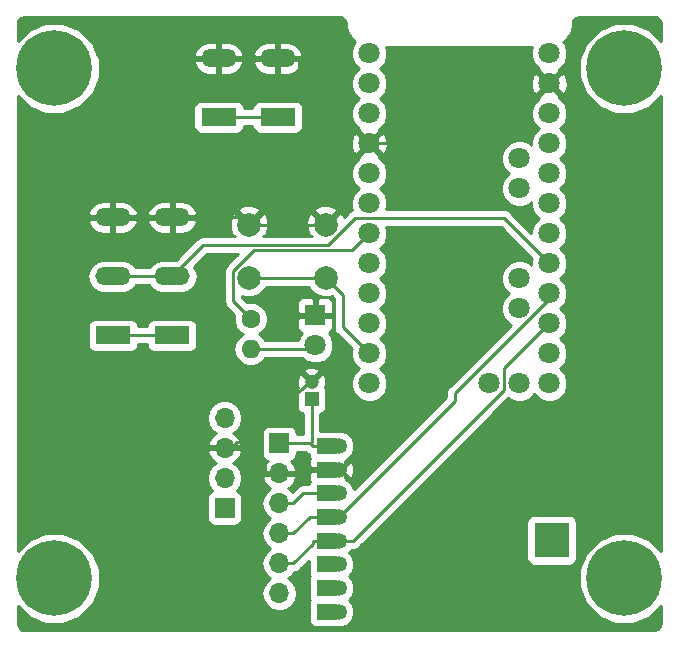
<source format=gbr>
G04 #@! TF.GenerationSoftware,KiCad,Pcbnew,(5.0.2)-1*
G04 #@! TF.CreationDate,2020-02-25T13:04:58+01:00*
G04 #@! TF.ProjectId,HB-UNI-Sen-Lev-Vo,48422d55-4e49-42d5-9365-6e2d4c65762d,V1.0.3*
G04 #@! TF.SameCoordinates,Original*
G04 #@! TF.FileFunction,Copper,L1,Top*
G04 #@! TF.FilePolarity,Positive*
%FSLAX46Y46*%
G04 Gerber Fmt 4.6, Leading zero omitted, Abs format (unit mm)*
G04 Created by KiCad (PCBNEW (5.0.2)-1) date 25.02.2020 13:04:58*
%MOMM*%
%LPD*%
G01*
G04 APERTURE LIST*
G04 #@! TA.AperFunction,ComponentPad*
%ADD10R,1.200000X1.200000*%
G04 #@! TD*
G04 #@! TA.AperFunction,ComponentPad*
%ADD11C,1.200000*%
G04 #@! TD*
G04 #@! TA.AperFunction,ComponentPad*
%ADD12R,1.800000X1.800000*%
G04 #@! TD*
G04 #@! TA.AperFunction,ComponentPad*
%ADD13C,1.800000*%
G04 #@! TD*
G04 #@! TA.AperFunction,ComponentPad*
%ADD14R,1.700000X1.700000*%
G04 #@! TD*
G04 #@! TA.AperFunction,ComponentPad*
%ADD15O,1.700000X1.700000*%
G04 #@! TD*
G04 #@! TA.AperFunction,ComponentPad*
%ADD16C,1.600000*%
G04 #@! TD*
G04 #@! TA.AperFunction,ComponentPad*
%ADD17O,1.600000X1.600000*%
G04 #@! TD*
G04 #@! TA.AperFunction,ComponentPad*
%ADD18C,2.000000*%
G04 #@! TD*
G04 #@! TA.AperFunction,ComponentPad*
%ADD19C,1.350000*%
G04 #@! TD*
G04 #@! TA.AperFunction,ConnectorPad*
%ADD20R,1.800000X1.350000*%
G04 #@! TD*
G04 #@! TA.AperFunction,ComponentPad*
%ADD21C,0.800000*%
G04 #@! TD*
G04 #@! TA.AperFunction,ComponentPad*
%ADD22C,6.400000*%
G04 #@! TD*
G04 #@! TA.AperFunction,ComponentPad*
%ADD23R,3.000000X3.000000*%
G04 #@! TD*
G04 #@! TA.AperFunction,ComponentPad*
%ADD24R,3.000000X1.500000*%
G04 #@! TD*
G04 #@! TA.AperFunction,ComponentPad*
%ADD25O,3.000000X1.500000*%
G04 #@! TD*
G04 #@! TA.AperFunction,Conductor*
%ADD26C,0.250000*%
G04 #@! TD*
G04 #@! TA.AperFunction,Conductor*
%ADD27C,0.254000*%
G04 #@! TD*
G04 APERTURE END LIST*
D10*
G04 #@! TO.P,C1,1*
G04 #@! TO.N,+3V3*
X150050000Y-83883500D03*
D11*
G04 #@! TO.P,C1,2*
G04 #@! TO.N,GND*
X150050000Y-82383500D03*
G04 #@! TD*
D12*
G04 #@! TO.P,D1,1*
G04 #@! TO.N,GND*
X150368000Y-76771500D03*
D13*
G04 #@! TO.P,D1,2*
G04 #@! TO.N,Net-(D1-Pad2)*
X150368000Y-79311500D03*
G04 #@! TD*
D14*
G04 #@! TO.P,J8,1*
G04 #@! TO.N,+3V3*
X147320000Y-87630000D03*
D15*
G04 #@! TO.P,J8,2*
G04 #@! TO.N,GND*
X147320000Y-90170000D03*
G04 #@! TO.P,J8,3*
G04 #@! TO.N,/MOSI*
X147320000Y-92710000D03*
G04 #@! TO.P,J8,4*
G04 #@! TO.N,/SCK*
X147320000Y-95250000D03*
G04 #@! TO.P,J8,5*
G04 #@! TO.N,/MISO*
X147320000Y-97790000D03*
G04 #@! TO.P,J8,6*
G04 #@! TO.N,/RSET*
X147320000Y-100330000D03*
G04 #@! TD*
D16*
G04 #@! TO.P,R1,1*
G04 #@! TO.N,Net-(R1-Pad1)*
X144907000Y-77089000D03*
D17*
G04 #@! TO.P,R1,2*
G04 #@! TO.N,Net-(D1-Pad2)*
X144907000Y-79629000D03*
G04 #@! TD*
D18*
G04 #@! TO.P,SW1,2*
G04 #@! TO.N,GND*
X151257000Y-69096500D03*
G04 #@! TO.P,SW1,1*
G04 #@! TO.N,Net-(SW1-Pad1)*
X151257000Y-73596500D03*
G04 #@! TO.P,SW1,2*
G04 #@! TO.N,GND*
X144757000Y-69096500D03*
G04 #@! TO.P,SW1,1*
G04 #@! TO.N,Net-(SW1-Pad1)*
X144757000Y-73596500D03*
G04 #@! TD*
D13*
G04 #@! TO.P,U1,28*
G04 #@! TO.N,Net-(U1-Pad28)*
X167640000Y-73660000D03*
G04 #@! TO.P,U1,27*
G04 #@! TO.N,Net-(U1-Pad27)*
X167640000Y-76200000D03*
X165100000Y-82550000D03*
G04 #@! TO.P,U1,28*
G04 #@! TO.N,Net-(U1-Pad28)*
X167640000Y-82550000D03*
G04 #@! TO.P,U1,1*
G04 #@! TO.N,/SS*
X170180000Y-82550000D03*
G04 #@! TO.P,U1,2*
G04 #@! TO.N,/MOSI*
X170180000Y-80010000D03*
G04 #@! TO.P,U1,3*
G04 #@! TO.N,/MISO*
X170180000Y-77470000D03*
G04 #@! TO.P,U1,4*
G04 #@! TO.N,/SCK*
X170180000Y-74930000D03*
G04 #@! TO.P,U1,5*
G04 #@! TO.N,/A0*
X170180000Y-72390000D03*
G04 #@! TO.P,U1,6*
G04 #@! TO.N,Net-(U1-Pad6)*
X170180000Y-69850000D03*
G04 #@! TO.P,U1,7*
G04 #@! TO.N,Net-(U1-Pad7)*
X170180000Y-67310000D03*
G04 #@! TO.P,U1,8*
G04 #@! TO.N,Net-(U1-Pad8)*
X170180000Y-64770000D03*
G04 #@! TO.P,U1,9*
G04 #@! TO.N,+3V3*
X170180000Y-62230000D03*
G04 #@! TO.P,U1,10*
G04 #@! TO.N,/RSET*
X170180000Y-59690000D03*
G04 #@! TO.P,U1,11*
G04 #@! TO.N,GND*
X170180000Y-57150000D03*
G04 #@! TO.P,U1,12*
G04 #@! TO.N,+5V*
X170180000Y-54610000D03*
G04 #@! TO.P,U1,13*
G04 #@! TO.N,N/C*
X154940000Y-54610000D03*
G04 #@! TO.P,U1,14*
X154940000Y-57150000D03*
G04 #@! TO.P,U1,15*
X154940000Y-59690000D03*
G04 #@! TO.P,U1,16*
G04 #@! TO.N,GND*
X154940000Y-62230000D03*
G04 #@! TO.P,U1,17*
G04 #@! TO.N,/D2*
X154940000Y-64770000D03*
G04 #@! TO.P,U1,18*
G04 #@! TO.N,Net-(U1-Pad18)*
X154940000Y-67310000D03*
G04 #@! TO.P,U1,19*
G04 #@! TO.N,Net-(R1-Pad1)*
X154940000Y-69850000D03*
G04 #@! TO.P,U1,20*
G04 #@! TO.N,Net-(U1-Pad20)*
X154940000Y-72390000D03*
G04 #@! TO.P,U1,21*
G04 #@! TO.N,Net-(U1-Pad21)*
X154940000Y-74930000D03*
G04 #@! TO.P,U1,22*
G04 #@! TO.N,Net-(U1-Pad22)*
X154940000Y-77470000D03*
G04 #@! TO.P,U1,23*
G04 #@! TO.N,Net-(SW1-Pad1)*
X154940000Y-80010000D03*
G04 #@! TO.P,U1,24*
G04 #@! TO.N,Net-(U1-Pad24)*
X154940000Y-82550000D03*
G04 #@! TO.P,U1,25*
G04 #@! TO.N,Net-(U1-Pad25)*
X167640000Y-66040000D03*
G04 #@! TO.P,U1,26*
G04 #@! TO.N,Net-(U1-Pad26)*
X167640000Y-63500000D03*
G04 #@! TD*
D19*
G04 #@! TO.P,U2,8*
G04 #@! TO.N,/SS*
X152360000Y-101860000D03*
D20*
X151360000Y-101860000D03*
D19*
G04 #@! TO.P,U2,1*
G04 #@! TO.N,+3V3*
X152360000Y-87860000D03*
G04 #@! TO.P,U2,2*
G04 #@! TO.N,GND*
X152360000Y-89860000D03*
G04 #@! TO.P,U2,3*
G04 #@! TO.N,/MOSI*
X152360000Y-91860000D03*
G04 #@! TO.P,U2,4*
G04 #@! TO.N,/SCK*
X152360000Y-93860000D03*
G04 #@! TO.P,U2,5*
G04 #@! TO.N,/MISO*
X152360000Y-95860000D03*
G04 #@! TO.P,U2,6*
G04 #@! TO.N,Net-(U2-Pad6)*
X152360000Y-97860000D03*
G04 #@! TO.P,U2,7*
G04 #@! TO.N,/D2*
X152360000Y-99860000D03*
D20*
G04 #@! TO.P,U2,1*
G04 #@! TO.N,+3V3*
X151360000Y-87860000D03*
G04 #@! TO.P,U2,2*
G04 #@! TO.N,GND*
X151360000Y-89860000D03*
G04 #@! TO.P,U2,3*
G04 #@! TO.N,/MOSI*
X151360000Y-91860000D03*
G04 #@! TO.P,U2,4*
G04 #@! TO.N,/SCK*
X151360000Y-93860000D03*
G04 #@! TO.P,U2,5*
G04 #@! TO.N,/MISO*
X151360000Y-95860000D03*
G04 #@! TO.P,U2,6*
G04 #@! TO.N,Net-(U2-Pad6)*
X151360000Y-97860000D03*
G04 #@! TO.P,U2,7*
G04 #@! TO.N,/D2*
X151360000Y-99860000D03*
G04 #@! TD*
D21*
G04 #@! TO.P,REF02,1*
G04 #@! TO.N,N/C*
X178227056Y-54182944D03*
X176530000Y-53480000D03*
X174832944Y-54182944D03*
X174130000Y-55880000D03*
X174832944Y-57577056D03*
X176530000Y-58280000D03*
X178227056Y-57577056D03*
X178930000Y-55880000D03*
D22*
X176530000Y-55880000D03*
G04 #@! TD*
D21*
G04 #@! TO.P,REF01,1*
G04 #@! TO.N,N/C*
X129967056Y-54182944D03*
X128270000Y-53480000D03*
X126572944Y-54182944D03*
X125870000Y-55880000D03*
X126572944Y-57577056D03*
X128270000Y-58280000D03*
X129967056Y-57577056D03*
X130670000Y-55880000D03*
D22*
X128270000Y-55880000D03*
G04 #@! TD*
D21*
G04 #@! TO.P,REF03,1*
G04 #@! TO.N,N/C*
X129967056Y-97362944D03*
X128270000Y-96660000D03*
X126572944Y-97362944D03*
X125870000Y-99060000D03*
X126572944Y-100757056D03*
X128270000Y-101460000D03*
X129967056Y-100757056D03*
X130670000Y-99060000D03*
D22*
X128270000Y-99060000D03*
G04 #@! TD*
D21*
G04 #@! TO.P,REF04,1*
G04 #@! TO.N,N/C*
X178227056Y-97362944D03*
X176530000Y-96660000D03*
X174832944Y-97362944D03*
X174130000Y-99060000D03*
X174832944Y-100757056D03*
X176530000Y-101460000D03*
X178227056Y-100757056D03*
X178930000Y-99060000D03*
D22*
X176530000Y-99060000D03*
G04 #@! TD*
D23*
G04 #@! TO.P,Antenne,1*
G04 #@! TO.N,N/C*
X170383000Y-95821500D03*
G04 #@! TD*
D14*
G04 #@! TO.P,J2,1*
G04 #@! TO.N,Net-(J2-Pad1)*
X142684000Y-93091000D03*
D15*
G04 #@! TO.P,J2,2*
G04 #@! TO.N,+12V*
X142684000Y-90551000D03*
G04 #@! TO.P,J2,3*
G04 #@! TO.N,GND*
X142684000Y-88011000D03*
G04 #@! TO.P,J2,4*
G04 #@! TO.N,+5V*
X142684000Y-85471000D03*
G04 #@! TD*
D24*
G04 #@! TO.P,J1,1*
G04 #@! TO.N,+12V*
X147193000Y-60007500D03*
X142193000Y-60007500D03*
D25*
G04 #@! TO.P,J1,2*
G04 #@! TO.N,GND*
X147193000Y-55007500D03*
X142193000Y-55007500D03*
G04 #@! TD*
D24*
G04 #@! TO.P,J6,1*
G04 #@! TO.N,+12V*
X138240000Y-78486000D03*
X133240000Y-78486000D03*
D25*
G04 #@! TO.P,J6,2*
G04 #@! TO.N,/A0*
X138240000Y-73486000D03*
X133240000Y-73486000D03*
G04 #@! TO.P,J6,3*
G04 #@! TO.N,GND*
X138240000Y-68486000D03*
X133240000Y-68486000D03*
G04 #@! TD*
D26*
G04 #@! TO.N,+3V3*
X149904700Y-87630000D02*
X147320000Y-87630000D01*
X150134700Y-87860000D02*
X149904700Y-87630000D01*
X149904700Y-87630000D02*
X150050000Y-87484700D01*
X150050000Y-87484700D02*
X150050000Y-83883500D01*
X151360000Y-87860000D02*
X150134700Y-87860000D01*
X151360000Y-87860000D02*
X152360000Y-87860000D01*
G04 #@! TO.N,GND*
X138240000Y-68486000D02*
X144146500Y-68486000D01*
X144146500Y-68486000D02*
X144757000Y-69096500D01*
X133240000Y-68486000D02*
X138240000Y-68486000D01*
X147320000Y-90170000D02*
X146144700Y-90170000D01*
X144683900Y-87533800D02*
X146144700Y-88994700D01*
X146144700Y-88994700D02*
X146144700Y-90170000D01*
X143271700Y-88011000D02*
X143748900Y-87533800D01*
X143748900Y-87533800D02*
X144683800Y-87533800D01*
X144683800Y-87533800D02*
X144683900Y-87533800D01*
X150050000Y-82383500D02*
X149834200Y-82383500D01*
X149834200Y-82383500D02*
X144683900Y-87533800D01*
X142193000Y-55007500D02*
X147193000Y-55007500D01*
X147193000Y-55007500D02*
X149018300Y-55007500D01*
X154940000Y-62230000D02*
X149018300Y-56308300D01*
X149018300Y-56308300D02*
X149018300Y-55007500D01*
X170180000Y-57150000D02*
X165100000Y-62230000D01*
X165100000Y-62230000D02*
X154940000Y-62230000D01*
X151360000Y-89860000D02*
X150134700Y-89860000D01*
X147320000Y-90170000D02*
X149824700Y-90170000D01*
X149824700Y-90170000D02*
X150134700Y-89860000D01*
X142684000Y-88011000D02*
X143271700Y-88011000D01*
X151257000Y-69096500D02*
X144757000Y-69096500D01*
X152360000Y-89860000D02*
X151360000Y-89860000D01*
G04 #@! TO.N,Net-(D1-Pad2)*
X144907000Y-79629000D02*
X150050500Y-79629000D01*
X150050500Y-79629000D02*
X150368000Y-79311500D01*
G04 #@! TO.N,/A0*
X138240000Y-73486000D02*
X140892600Y-70833400D01*
X140892600Y-70833400D02*
X151439800Y-70833400D01*
X151439800Y-70833400D02*
X153693200Y-68580000D01*
X153693200Y-68580000D02*
X166370000Y-68580000D01*
X166370000Y-68580000D02*
X170180000Y-72390000D01*
X133240000Y-73486000D02*
X138240000Y-73486000D01*
G04 #@! TO.N,/MOSI*
X147320000Y-92710000D02*
X148495300Y-92710000D01*
X151360000Y-91860000D02*
X149345300Y-91860000D01*
X149345300Y-91860000D02*
X148495300Y-92710000D01*
X152360000Y-91860000D02*
X151360000Y-91860000D01*
G04 #@! TO.N,/SCK*
X170180000Y-74930000D02*
X170180000Y-75392900D01*
X170180000Y-75392900D02*
X162227800Y-83345100D01*
X162227800Y-83345100D02*
X162227800Y-83992200D01*
X162227800Y-83992200D02*
X152360000Y-93860000D01*
X147320000Y-95250000D02*
X148495300Y-95250000D01*
X151360000Y-93860000D02*
X149885300Y-93860000D01*
X149885300Y-93860000D02*
X148495300Y-95250000D01*
X152360000Y-93860000D02*
X151360000Y-93860000D01*
G04 #@! TO.N,/MISO*
X170180000Y-77470000D02*
X166370000Y-81280000D01*
X166370000Y-81280000D02*
X166370000Y-83071300D01*
X166370000Y-83071300D02*
X153581300Y-95860000D01*
X153581300Y-95860000D02*
X152360000Y-95860000D01*
X151360000Y-95860000D02*
X150134700Y-95860000D01*
X147320000Y-97790000D02*
X148495300Y-97790000D01*
X150134700Y-95860000D02*
X150134700Y-96150600D01*
X150134700Y-96150600D02*
X148495300Y-97790000D01*
X152360000Y-95860000D02*
X151360000Y-95860000D01*
G04 #@! TO.N,Net-(R1-Pad1)*
X154940000Y-69850000D02*
X153506200Y-71283800D01*
X153506200Y-71283800D02*
X145167900Y-71283800D01*
X145167900Y-71283800D02*
X143417100Y-73034600D01*
X143417100Y-73034600D02*
X143417100Y-75599100D01*
X143417100Y-75599100D02*
X144907000Y-77089000D01*
G04 #@! TO.N,Net-(SW1-Pad1)*
X144757000Y-73596500D02*
X151257000Y-73596500D01*
X154940000Y-80010000D02*
X152707400Y-77777400D01*
X152707400Y-77777400D02*
X152707400Y-75046900D01*
X152707400Y-75046900D02*
X151257000Y-73596500D01*
G04 #@! TO.N,/SS*
X151360000Y-101860000D02*
X152360000Y-101860000D01*
G04 #@! TO.N,/D2*
X151360000Y-99860000D02*
X152360000Y-99860000D01*
G04 #@! TO.N,Net-(U2-Pad6)*
X151360000Y-97860000D02*
X152360000Y-97860000D01*
G04 #@! TO.N,+12V*
X142193000Y-60007500D02*
X147193000Y-60007500D01*
X133240000Y-78486000D02*
X138240000Y-78486000D01*
G04 #@! TD*
D27*
G04 #@! TO.N,GND*
G36*
X152587787Y-51554065D02*
X152752920Y-51649405D01*
X152875488Y-51795477D01*
X152951555Y-52004465D01*
X152962702Y-52131880D01*
X152981996Y-52352413D01*
X153006003Y-52442010D01*
X153022112Y-52533368D01*
X153172965Y-52947830D01*
X153172966Y-52947835D01*
X153296257Y-53161380D01*
X153579769Y-53499256D01*
X153742978Y-53636205D01*
X153638690Y-53740493D01*
X153405000Y-54304670D01*
X153405000Y-54915330D01*
X153638690Y-55479507D01*
X154039183Y-55880000D01*
X153638690Y-56280493D01*
X153405000Y-56844670D01*
X153405000Y-57455330D01*
X153638690Y-58019507D01*
X154039183Y-58420000D01*
X153638690Y-58820493D01*
X153405000Y-59384670D01*
X153405000Y-59995330D01*
X153638690Y-60559507D01*
X154070493Y-60991310D01*
X154090115Y-60999438D01*
X154039446Y-61149841D01*
X154940000Y-62050395D01*
X155840554Y-61149841D01*
X155789885Y-60999438D01*
X155809507Y-60991310D01*
X156241310Y-60559507D01*
X156475000Y-59995330D01*
X156475000Y-59384670D01*
X156241310Y-58820493D01*
X155840817Y-58420000D01*
X156241310Y-58019507D01*
X156475000Y-57455330D01*
X156475000Y-56909336D01*
X168633542Y-56909336D01*
X168659161Y-57519460D01*
X168843357Y-57964148D01*
X169099841Y-58050554D01*
X170000395Y-57150000D01*
X170359605Y-57150000D01*
X171260159Y-58050554D01*
X171516643Y-57964148D01*
X171726458Y-57390664D01*
X171700839Y-56780540D01*
X171516643Y-56335852D01*
X171260159Y-56249446D01*
X170359605Y-57150000D01*
X170000395Y-57150000D01*
X169099841Y-56249446D01*
X168843357Y-56335852D01*
X168633542Y-56909336D01*
X156475000Y-56909336D01*
X156475000Y-56844670D01*
X156241310Y-56280493D01*
X155840817Y-55880000D01*
X156241310Y-55479507D01*
X156475000Y-54915330D01*
X156475000Y-54304670D01*
X156369512Y-54050000D01*
X168750488Y-54050000D01*
X168645000Y-54304670D01*
X168645000Y-54915330D01*
X168878690Y-55479507D01*
X169310493Y-55911310D01*
X169330115Y-55919438D01*
X169279446Y-56069841D01*
X170180000Y-56970395D01*
X171080554Y-56069841D01*
X171029885Y-55919438D01*
X171049507Y-55911310D01*
X171481310Y-55479507D01*
X171715000Y-54915330D01*
X171715000Y-54304670D01*
X171481310Y-53740493D01*
X171370983Y-53630166D01*
X171609256Y-53430231D01*
X171767754Y-53241340D01*
X171767755Y-53241338D01*
X171988287Y-52859368D01*
X171988288Y-52859366D01*
X171988289Y-52859365D01*
X172072624Y-52627656D01*
X172149214Y-52193289D01*
X172204065Y-51882213D01*
X172299405Y-51717080D01*
X172445477Y-51594512D01*
X172654465Y-51518445D01*
X172750996Y-51510000D01*
X179007881Y-51510000D01*
X179257787Y-51554065D01*
X179422920Y-51649405D01*
X179545488Y-51795477D01*
X179621555Y-52004465D01*
X179630001Y-52101007D01*
X179630001Y-53556492D01*
X178702353Y-52628844D01*
X177292829Y-52045000D01*
X175767171Y-52045000D01*
X174357647Y-52628844D01*
X173278844Y-53707647D01*
X172695000Y-55117171D01*
X172695000Y-56642829D01*
X173278844Y-58052353D01*
X174357647Y-59131156D01*
X175767171Y-59715000D01*
X177292829Y-59715000D01*
X178702353Y-59131156D01*
X179630001Y-58203508D01*
X179630000Y-96736491D01*
X178702353Y-95808844D01*
X177292829Y-95225000D01*
X175767171Y-95225000D01*
X174357647Y-95808844D01*
X173278844Y-96887647D01*
X172695000Y-98297171D01*
X172695000Y-99822829D01*
X173278844Y-101232353D01*
X174357647Y-102311156D01*
X175767171Y-102895000D01*
X177292829Y-102895000D01*
X178702353Y-102311156D01*
X179630000Y-101383509D01*
X179630000Y-102807881D01*
X179585935Y-103057787D01*
X179490596Y-103222919D01*
X179344524Y-103345488D01*
X179135532Y-103421555D01*
X179039004Y-103430000D01*
X125792119Y-103430000D01*
X125542213Y-103385935D01*
X125377081Y-103290596D01*
X125254512Y-103144524D01*
X125178445Y-102935532D01*
X125170000Y-102839004D01*
X125170000Y-101383509D01*
X126097647Y-102311156D01*
X127507171Y-102895000D01*
X129032829Y-102895000D01*
X130442353Y-102311156D01*
X131521156Y-101232353D01*
X132105000Y-99822829D01*
X132105000Y-98297171D01*
X131521156Y-96887647D01*
X130442353Y-95808844D01*
X129032829Y-95225000D01*
X127507171Y-95225000D01*
X126097647Y-95808844D01*
X125170000Y-96736491D01*
X125170000Y-90551000D01*
X141169908Y-90551000D01*
X141285161Y-91130418D01*
X141613375Y-91621625D01*
X141631619Y-91633816D01*
X141586235Y-91642843D01*
X141376191Y-91783191D01*
X141235843Y-91993235D01*
X141186560Y-92241000D01*
X141186560Y-93941000D01*
X141235843Y-94188765D01*
X141376191Y-94398809D01*
X141586235Y-94539157D01*
X141834000Y-94588440D01*
X143534000Y-94588440D01*
X143781765Y-94539157D01*
X143991809Y-94398809D01*
X144132157Y-94188765D01*
X144181440Y-93941000D01*
X144181440Y-92241000D01*
X144132157Y-91993235D01*
X143991809Y-91783191D01*
X143781765Y-91642843D01*
X143736381Y-91633816D01*
X143754625Y-91621625D01*
X144082839Y-91130418D01*
X144198092Y-90551000D01*
X144082839Y-89971582D01*
X143754625Y-89480375D01*
X143435522Y-89267157D01*
X143565358Y-89206183D01*
X143955645Y-88777924D01*
X144125476Y-88367890D01*
X144004155Y-88138000D01*
X142811000Y-88138000D01*
X142811000Y-88158000D01*
X142557000Y-88158000D01*
X142557000Y-88138000D01*
X141363845Y-88138000D01*
X141242524Y-88367890D01*
X141412355Y-88777924D01*
X141802642Y-89206183D01*
X141932478Y-89267157D01*
X141613375Y-89480375D01*
X141285161Y-89971582D01*
X141169908Y-90551000D01*
X125170000Y-90551000D01*
X125170000Y-85471000D01*
X141169908Y-85471000D01*
X141285161Y-86050418D01*
X141613375Y-86541625D01*
X141932478Y-86754843D01*
X141802642Y-86815817D01*
X141412355Y-87244076D01*
X141242524Y-87654110D01*
X141363845Y-87884000D01*
X142557000Y-87884000D01*
X142557000Y-87864000D01*
X142811000Y-87864000D01*
X142811000Y-87884000D01*
X144004155Y-87884000D01*
X144125476Y-87654110D01*
X143955645Y-87244076D01*
X143565358Y-86815817D01*
X143435522Y-86754843D01*
X143754625Y-86541625D01*
X144082839Y-86050418D01*
X144198092Y-85471000D01*
X144082839Y-84891582D01*
X143754625Y-84400375D01*
X143263418Y-84072161D01*
X142830256Y-83986000D01*
X142537744Y-83986000D01*
X142104582Y-84072161D01*
X141613375Y-84400375D01*
X141285161Y-84891582D01*
X141169908Y-85471000D01*
X125170000Y-85471000D01*
X125170000Y-81520765D01*
X149366870Y-81520765D01*
X150050000Y-82203895D01*
X150733130Y-81520765D01*
X150683617Y-81295336D01*
X150218964Y-81135693D01*
X149728587Y-81166018D01*
X149416383Y-81295336D01*
X149366870Y-81520765D01*
X125170000Y-81520765D01*
X125170000Y-77736000D01*
X131092560Y-77736000D01*
X131092560Y-79236000D01*
X131141843Y-79483765D01*
X131282191Y-79693809D01*
X131492235Y-79834157D01*
X131740000Y-79883440D01*
X134740000Y-79883440D01*
X134987765Y-79834157D01*
X135197809Y-79693809D01*
X135338157Y-79483765D01*
X135385451Y-79246000D01*
X136094549Y-79246000D01*
X136141843Y-79483765D01*
X136282191Y-79693809D01*
X136492235Y-79834157D01*
X136740000Y-79883440D01*
X139740000Y-79883440D01*
X139987765Y-79834157D01*
X140197809Y-79693809D01*
X140338157Y-79483765D01*
X140387440Y-79236000D01*
X140387440Y-77736000D01*
X140338157Y-77488235D01*
X140197809Y-77278191D01*
X139987765Y-77137843D01*
X139740000Y-77088560D01*
X136740000Y-77088560D01*
X136492235Y-77137843D01*
X136282191Y-77278191D01*
X136141843Y-77488235D01*
X136094549Y-77726000D01*
X135385451Y-77726000D01*
X135338157Y-77488235D01*
X135197809Y-77278191D01*
X134987765Y-77137843D01*
X134740000Y-77088560D01*
X131740000Y-77088560D01*
X131492235Y-77137843D01*
X131282191Y-77278191D01*
X131141843Y-77488235D01*
X131092560Y-77736000D01*
X125170000Y-77736000D01*
X125170000Y-73486000D01*
X131077867Y-73486000D01*
X131185359Y-74026400D01*
X131491471Y-74484529D01*
X131949600Y-74790641D01*
X132353593Y-74871000D01*
X134126407Y-74871000D01*
X134530400Y-74790641D01*
X134988529Y-74484529D01*
X135147909Y-74246000D01*
X136332091Y-74246000D01*
X136491471Y-74484529D01*
X136949600Y-74790641D01*
X137353593Y-74871000D01*
X139126407Y-74871000D01*
X139530400Y-74790641D01*
X139988529Y-74484529D01*
X140294641Y-74026400D01*
X140402133Y-73486000D01*
X140294641Y-72945600D01*
X140118626Y-72682175D01*
X141207402Y-71593400D01*
X143783498Y-71593400D01*
X142932630Y-72444269D01*
X142869171Y-72486671D01*
X142701196Y-72738064D01*
X142657100Y-72959749D01*
X142657100Y-72959753D01*
X142642212Y-73034600D01*
X142657100Y-73109447D01*
X142657101Y-75524248D01*
X142642212Y-75599100D01*
X142701197Y-75895637D01*
X142727499Y-75935000D01*
X142869172Y-76147029D01*
X142932628Y-76189429D01*
X143493897Y-76750698D01*
X143472000Y-76803561D01*
X143472000Y-77374439D01*
X143690466Y-77901862D01*
X144094138Y-78305534D01*
X144224168Y-78359394D01*
X143872423Y-78594423D01*
X143555260Y-79069091D01*
X143443887Y-79629000D01*
X143555260Y-80188909D01*
X143872423Y-80663577D01*
X144347091Y-80980740D01*
X144765667Y-81064000D01*
X145048333Y-81064000D01*
X145466909Y-80980740D01*
X145941577Y-80663577D01*
X146125043Y-80389000D01*
X149274683Y-80389000D01*
X149498493Y-80612810D01*
X150062670Y-80846500D01*
X150673330Y-80846500D01*
X151237507Y-80612810D01*
X151669310Y-80181007D01*
X151903000Y-79616830D01*
X151903000Y-79006170D01*
X151669310Y-78441993D01*
X151492956Y-78265639D01*
X151627699Y-78209827D01*
X151806327Y-78031198D01*
X151903000Y-77797809D01*
X151903000Y-77057250D01*
X151744250Y-76898500D01*
X150495000Y-76898500D01*
X150495000Y-76918500D01*
X150241000Y-76918500D01*
X150241000Y-76898500D01*
X148991750Y-76898500D01*
X148833000Y-77057250D01*
X148833000Y-77797809D01*
X148929673Y-78031198D01*
X149108301Y-78209827D01*
X149243044Y-78265639D01*
X149066690Y-78441993D01*
X148889818Y-78869000D01*
X146125043Y-78869000D01*
X145941577Y-78594423D01*
X145589832Y-78359394D01*
X145719862Y-78305534D01*
X146123534Y-77901862D01*
X146342000Y-77374439D01*
X146342000Y-76803561D01*
X146123534Y-76276138D01*
X145719862Y-75872466D01*
X145412594Y-75745191D01*
X148833000Y-75745191D01*
X148833000Y-76485750D01*
X148991750Y-76644500D01*
X150241000Y-76644500D01*
X150241000Y-75395250D01*
X150495000Y-75395250D01*
X150495000Y-76644500D01*
X151744250Y-76644500D01*
X151903000Y-76485750D01*
X151903000Y-75745191D01*
X151806327Y-75511802D01*
X151627699Y-75333173D01*
X151394310Y-75236500D01*
X150653750Y-75236500D01*
X150495000Y-75395250D01*
X150241000Y-75395250D01*
X150082250Y-75236500D01*
X149341690Y-75236500D01*
X149108301Y-75333173D01*
X148929673Y-75511802D01*
X148833000Y-75745191D01*
X145412594Y-75745191D01*
X145192439Y-75654000D01*
X144621561Y-75654000D01*
X144568698Y-75675897D01*
X144177100Y-75284299D01*
X144177100Y-75126009D01*
X144431778Y-75231500D01*
X145082222Y-75231500D01*
X145683153Y-74982586D01*
X146143086Y-74522653D01*
X146211909Y-74356500D01*
X149802091Y-74356500D01*
X149870914Y-74522653D01*
X150330847Y-74982586D01*
X150931778Y-75231500D01*
X151582222Y-75231500D01*
X151748375Y-75162677D01*
X151947401Y-75361704D01*
X151947400Y-77702553D01*
X151932512Y-77777400D01*
X151947400Y-77852247D01*
X151947400Y-77852251D01*
X151991496Y-78073936D01*
X152159471Y-78325329D01*
X152222930Y-78367731D01*
X153450360Y-79595162D01*
X153405000Y-79704670D01*
X153405000Y-80315330D01*
X153638690Y-80879507D01*
X154039183Y-81280000D01*
X153638690Y-81680493D01*
X153405000Y-82244670D01*
X153405000Y-82855330D01*
X153638690Y-83419507D01*
X154070493Y-83851310D01*
X154634670Y-84085000D01*
X155245330Y-84085000D01*
X155809507Y-83851310D01*
X156241310Y-83419507D01*
X156475000Y-82855330D01*
X156475000Y-82244670D01*
X156241310Y-81680493D01*
X155840817Y-81280000D01*
X156241310Y-80879507D01*
X156475000Y-80315330D01*
X156475000Y-79704670D01*
X156241310Y-79140493D01*
X155840817Y-78740000D01*
X156241310Y-78339507D01*
X156475000Y-77775330D01*
X156475000Y-77164670D01*
X156241310Y-76600493D01*
X155840817Y-76200000D01*
X156241310Y-75799507D01*
X156475000Y-75235330D01*
X156475000Y-74624670D01*
X156241310Y-74060493D01*
X155840817Y-73660000D01*
X156241310Y-73259507D01*
X156475000Y-72695330D01*
X156475000Y-72084670D01*
X156241310Y-71520493D01*
X155840817Y-71120000D01*
X156241310Y-70719507D01*
X156475000Y-70155330D01*
X156475000Y-69544670D01*
X156390223Y-69340000D01*
X166055199Y-69340000D01*
X168690360Y-71975162D01*
X168645000Y-72084670D01*
X168645000Y-72494183D01*
X168509507Y-72358690D01*
X167945330Y-72125000D01*
X167334670Y-72125000D01*
X166770493Y-72358690D01*
X166338690Y-72790493D01*
X166105000Y-73354670D01*
X166105000Y-73965330D01*
X166338690Y-74529507D01*
X166739183Y-74930000D01*
X166338690Y-75330493D01*
X166105000Y-75894670D01*
X166105000Y-76505330D01*
X166338690Y-77069507D01*
X166770493Y-77501310D01*
X166930508Y-77567590D01*
X161743330Y-82754769D01*
X161679871Y-82797171D01*
X161511896Y-83048564D01*
X161467800Y-83270249D01*
X161467800Y-83270253D01*
X161452912Y-83345100D01*
X161467800Y-83419947D01*
X161467800Y-83677398D01*
X153633615Y-91511584D01*
X153470564Y-91117945D01*
X153102055Y-90749436D01*
X153047045Y-90726650D01*
X152895000Y-90574605D01*
X152895000Y-90215395D01*
X153277147Y-90597542D01*
X153510328Y-90538781D01*
X153682522Y-90046900D01*
X153653375Y-89526566D01*
X153510328Y-89181219D01*
X153277147Y-89122458D01*
X152895000Y-89504605D01*
X152895000Y-89145395D01*
X153047045Y-88993350D01*
X153102055Y-88970564D01*
X153470564Y-88602055D01*
X153670000Y-88120575D01*
X153670000Y-87599425D01*
X153470564Y-87117945D01*
X153102055Y-86749436D01*
X152620575Y-86550000D01*
X152322541Y-86550000D01*
X152260000Y-86537560D01*
X150810000Y-86537560D01*
X150810000Y-85099114D01*
X150897765Y-85081657D01*
X151107809Y-84941309D01*
X151248157Y-84731265D01*
X151297440Y-84483500D01*
X151297440Y-83283500D01*
X151248157Y-83035735D01*
X151171291Y-82920698D01*
X151297807Y-82552464D01*
X151267482Y-82062087D01*
X151138164Y-81749883D01*
X150912735Y-81700370D01*
X150229605Y-82383500D01*
X150243748Y-82397643D01*
X150064143Y-82577248D01*
X150050000Y-82563105D01*
X150035858Y-82577248D01*
X149856253Y-82397643D01*
X149870395Y-82383500D01*
X149187265Y-81700370D01*
X148961836Y-81749883D01*
X148802193Y-82214536D01*
X148832518Y-82704913D01*
X148924505Y-82926990D01*
X148851843Y-83035735D01*
X148802560Y-83283500D01*
X148802560Y-84483500D01*
X148851843Y-84731265D01*
X148992191Y-84941309D01*
X149202235Y-85081657D01*
X149290001Y-85099114D01*
X149290000Y-86870000D01*
X148817440Y-86870000D01*
X148817440Y-86780000D01*
X148768157Y-86532235D01*
X148627809Y-86322191D01*
X148417765Y-86181843D01*
X148170000Y-86132560D01*
X146470000Y-86132560D01*
X146222235Y-86181843D01*
X146012191Y-86322191D01*
X145871843Y-86532235D01*
X145822560Y-86780000D01*
X145822560Y-88480000D01*
X145871843Y-88727765D01*
X146012191Y-88937809D01*
X146222235Y-89078157D01*
X146325708Y-89098739D01*
X146048355Y-89403076D01*
X145878524Y-89813110D01*
X145999845Y-90043000D01*
X147193000Y-90043000D01*
X147193000Y-90023000D01*
X147447000Y-90023000D01*
X147447000Y-90043000D01*
X148640155Y-90043000D01*
X148761476Y-89813110D01*
X148591645Y-89403076D01*
X148314292Y-89098739D01*
X148417765Y-89078157D01*
X148627809Y-88937809D01*
X148768157Y-88727765D01*
X148817440Y-88480000D01*
X148817440Y-88390000D01*
X149574791Y-88390000D01*
X149586771Y-88407929D01*
X149818019Y-88562444D01*
X149861843Y-88782765D01*
X149909654Y-88854318D01*
X149825000Y-89058690D01*
X149825000Y-89574250D01*
X149983750Y-89733000D01*
X151040833Y-89733000D01*
X151055061Y-89987000D01*
X149983750Y-89987000D01*
X149825000Y-90145750D01*
X149825000Y-90661310D01*
X149909654Y-90865682D01*
X149861843Y-90937235D01*
X149829467Y-91100000D01*
X149420148Y-91100000D01*
X149345300Y-91085112D01*
X149270452Y-91100000D01*
X149270448Y-91100000D01*
X149048763Y-91144096D01*
X148797371Y-91312071D01*
X148754971Y-91375527D01*
X148430879Y-91699619D01*
X148390625Y-91639375D01*
X148071522Y-91426157D01*
X148201358Y-91365183D01*
X148591645Y-90936924D01*
X148761476Y-90526890D01*
X148640155Y-90297000D01*
X147447000Y-90297000D01*
X147447000Y-90317000D01*
X147193000Y-90317000D01*
X147193000Y-90297000D01*
X145999845Y-90297000D01*
X145878524Y-90526890D01*
X146048355Y-90936924D01*
X146438642Y-91365183D01*
X146568478Y-91426157D01*
X146249375Y-91639375D01*
X145921161Y-92130582D01*
X145805908Y-92710000D01*
X145921161Y-93289418D01*
X146249375Y-93780625D01*
X146547761Y-93980000D01*
X146249375Y-94179375D01*
X145921161Y-94670582D01*
X145805908Y-95250000D01*
X145921161Y-95829418D01*
X146249375Y-96320625D01*
X146547761Y-96520000D01*
X146249375Y-96719375D01*
X145921161Y-97210582D01*
X145805908Y-97790000D01*
X145921161Y-98369418D01*
X146249375Y-98860625D01*
X146547761Y-99060000D01*
X146249375Y-99259375D01*
X145921161Y-99750582D01*
X145805908Y-100330000D01*
X145921161Y-100909418D01*
X146249375Y-101400625D01*
X146740582Y-101728839D01*
X147173744Y-101815000D01*
X147466256Y-101815000D01*
X147899418Y-101728839D01*
X148390625Y-101400625D01*
X148718839Y-100909418D01*
X148834092Y-100330000D01*
X148718839Y-99750582D01*
X148390625Y-99259375D01*
X148092239Y-99060000D01*
X148390625Y-98860625D01*
X148602474Y-98543571D01*
X148791837Y-98505904D01*
X149043229Y-98337929D01*
X149085631Y-98274470D01*
X149812560Y-97547541D01*
X149812560Y-98535000D01*
X149861843Y-98782765D01*
X149913450Y-98860000D01*
X149861843Y-98937235D01*
X149812560Y-99185000D01*
X149812560Y-100535000D01*
X149861843Y-100782765D01*
X149913450Y-100860000D01*
X149861843Y-100937235D01*
X149812560Y-101185000D01*
X149812560Y-102535000D01*
X149861843Y-102782765D01*
X150002191Y-102992809D01*
X150212235Y-103133157D01*
X150460000Y-103182440D01*
X152260000Y-103182440D01*
X152322541Y-103170000D01*
X152620575Y-103170000D01*
X153102055Y-102970564D01*
X153470564Y-102602055D01*
X153670000Y-102120575D01*
X153670000Y-101599425D01*
X153470564Y-101117945D01*
X153212619Y-100860000D01*
X153470564Y-100602055D01*
X153670000Y-100120575D01*
X153670000Y-99599425D01*
X153470564Y-99117945D01*
X153212619Y-98860000D01*
X153470564Y-98602055D01*
X153670000Y-98120575D01*
X153670000Y-97599425D01*
X153470564Y-97117945D01*
X153212619Y-96860000D01*
X153452619Y-96620000D01*
X153506453Y-96620000D01*
X153581300Y-96634888D01*
X153656147Y-96620000D01*
X153656152Y-96620000D01*
X153877837Y-96575904D01*
X154129229Y-96407929D01*
X154171631Y-96344470D01*
X156194601Y-94321500D01*
X168235560Y-94321500D01*
X168235560Y-97321500D01*
X168284843Y-97569265D01*
X168425191Y-97779309D01*
X168635235Y-97919657D01*
X168883000Y-97968940D01*
X171883000Y-97968940D01*
X172130765Y-97919657D01*
X172340809Y-97779309D01*
X172481157Y-97569265D01*
X172530440Y-97321500D01*
X172530440Y-94321500D01*
X172481157Y-94073735D01*
X172340809Y-93863691D01*
X172130765Y-93723343D01*
X171883000Y-93674060D01*
X168883000Y-93674060D01*
X168635235Y-93723343D01*
X168425191Y-93863691D01*
X168284843Y-94073735D01*
X168235560Y-94321500D01*
X156194601Y-94321500D01*
X166717642Y-83798459D01*
X166770493Y-83851310D01*
X167334670Y-84085000D01*
X167945330Y-84085000D01*
X168509507Y-83851310D01*
X168910000Y-83450817D01*
X169310493Y-83851310D01*
X169874670Y-84085000D01*
X170485330Y-84085000D01*
X171049507Y-83851310D01*
X171481310Y-83419507D01*
X171715000Y-82855330D01*
X171715000Y-82244670D01*
X171481310Y-81680493D01*
X171080817Y-81280000D01*
X171481310Y-80879507D01*
X171715000Y-80315330D01*
X171715000Y-79704670D01*
X171481310Y-79140493D01*
X171080817Y-78740000D01*
X171481310Y-78339507D01*
X171715000Y-77775330D01*
X171715000Y-77164670D01*
X171481310Y-76600493D01*
X171080817Y-76200000D01*
X171481310Y-75799507D01*
X171715000Y-75235330D01*
X171715000Y-74624670D01*
X171481310Y-74060493D01*
X171080817Y-73660000D01*
X171481310Y-73259507D01*
X171715000Y-72695330D01*
X171715000Y-72084670D01*
X171481310Y-71520493D01*
X171080817Y-71120000D01*
X171481310Y-70719507D01*
X171715000Y-70155330D01*
X171715000Y-69544670D01*
X171481310Y-68980493D01*
X171080817Y-68580000D01*
X171481310Y-68179507D01*
X171715000Y-67615330D01*
X171715000Y-67004670D01*
X171481310Y-66440493D01*
X171080817Y-66040000D01*
X171481310Y-65639507D01*
X171715000Y-65075330D01*
X171715000Y-64464670D01*
X171481310Y-63900493D01*
X171080817Y-63500000D01*
X171481310Y-63099507D01*
X171715000Y-62535330D01*
X171715000Y-61924670D01*
X171481310Y-61360493D01*
X171080817Y-60960000D01*
X171481310Y-60559507D01*
X171715000Y-59995330D01*
X171715000Y-59384670D01*
X171481310Y-58820493D01*
X171049507Y-58388690D01*
X171029885Y-58380562D01*
X171080554Y-58230159D01*
X170180000Y-57329605D01*
X169279446Y-58230159D01*
X169330115Y-58380562D01*
X169310493Y-58388690D01*
X168878690Y-58820493D01*
X168645000Y-59384670D01*
X168645000Y-59995330D01*
X168878690Y-60559507D01*
X169279183Y-60960000D01*
X168878690Y-61360493D01*
X168645000Y-61924670D01*
X168645000Y-62334183D01*
X168509507Y-62198690D01*
X167945330Y-61965000D01*
X167334670Y-61965000D01*
X166770493Y-62198690D01*
X166338690Y-62630493D01*
X166105000Y-63194670D01*
X166105000Y-63805330D01*
X166338690Y-64369507D01*
X166739183Y-64770000D01*
X166338690Y-65170493D01*
X166105000Y-65734670D01*
X166105000Y-66345330D01*
X166338690Y-66909507D01*
X166770493Y-67341310D01*
X167334670Y-67575000D01*
X167945330Y-67575000D01*
X168509507Y-67341310D01*
X168645000Y-67205817D01*
X168645000Y-67615330D01*
X168878690Y-68179507D01*
X169279183Y-68580000D01*
X168878690Y-68980493D01*
X168645000Y-69544670D01*
X168645000Y-69780199D01*
X166960331Y-68095530D01*
X166917929Y-68032071D01*
X166666537Y-67864096D01*
X166444852Y-67820000D01*
X166444847Y-67820000D01*
X166370000Y-67805112D01*
X166295153Y-67820000D01*
X156390223Y-67820000D01*
X156475000Y-67615330D01*
X156475000Y-67004670D01*
X156241310Y-66440493D01*
X155840817Y-66040000D01*
X156241310Y-65639507D01*
X156475000Y-65075330D01*
X156475000Y-64464670D01*
X156241310Y-63900493D01*
X155809507Y-63468690D01*
X155789885Y-63460562D01*
X155840554Y-63310159D01*
X154940000Y-62409605D01*
X154039446Y-63310159D01*
X154090115Y-63460562D01*
X154070493Y-63468690D01*
X153638690Y-63900493D01*
X153405000Y-64464670D01*
X153405000Y-65075330D01*
X153638690Y-65639507D01*
X154039183Y-66040000D01*
X153638690Y-66440493D01*
X153405000Y-67004670D01*
X153405000Y-67615330D01*
X153499564Y-67843628D01*
X153444805Y-67854520D01*
X153396662Y-67864096D01*
X153277126Y-67943968D01*
X153145271Y-68032071D01*
X153102871Y-68095527D01*
X152764189Y-68434209D01*
X152676387Y-68222236D01*
X152409532Y-68123573D01*
X151436605Y-69096500D01*
X151450748Y-69110643D01*
X151271143Y-69290248D01*
X151257000Y-69276105D01*
X151242858Y-69290248D01*
X151063253Y-69110643D01*
X151077395Y-69096500D01*
X150104468Y-68123573D01*
X149837613Y-68222236D01*
X149611092Y-68831961D01*
X149635144Y-69481960D01*
X149837613Y-69970764D01*
X150104466Y-70069426D01*
X150100492Y-70073400D01*
X145913508Y-70073400D01*
X145909534Y-70069426D01*
X146176387Y-69970764D01*
X146402908Y-69361039D01*
X146378856Y-68711040D01*
X146176387Y-68222236D01*
X145909532Y-68123573D01*
X144936605Y-69096500D01*
X144950748Y-69110643D01*
X144771143Y-69290248D01*
X144757000Y-69276105D01*
X144742858Y-69290248D01*
X144563253Y-69110643D01*
X144577395Y-69096500D01*
X143604468Y-68123573D01*
X143337613Y-68222236D01*
X143111092Y-68831961D01*
X143135144Y-69481960D01*
X143337613Y-69970764D01*
X143604466Y-70069426D01*
X143600492Y-70073400D01*
X140967447Y-70073400D01*
X140892600Y-70058512D01*
X140817753Y-70073400D01*
X140817748Y-70073400D01*
X140596063Y-70117496D01*
X140344671Y-70285471D01*
X140302271Y-70348927D01*
X138550199Y-72101000D01*
X137353593Y-72101000D01*
X136949600Y-72181359D01*
X136491471Y-72487471D01*
X136332091Y-72726000D01*
X135147909Y-72726000D01*
X134988529Y-72487471D01*
X134530400Y-72181359D01*
X134126407Y-72101000D01*
X132353593Y-72101000D01*
X131949600Y-72181359D01*
X131491471Y-72487471D01*
X131185359Y-72945600D01*
X131077867Y-73486000D01*
X125170000Y-73486000D01*
X125170000Y-68827185D01*
X131147682Y-68827185D01*
X131161827Y-68898684D01*
X131420855Y-69375540D01*
X131842651Y-69716972D01*
X132363000Y-69871000D01*
X133113000Y-69871000D01*
X133113000Y-68613000D01*
X133367000Y-68613000D01*
X133367000Y-69871000D01*
X134117000Y-69871000D01*
X134637349Y-69716972D01*
X135059145Y-69375540D01*
X135318173Y-68898684D01*
X135332318Y-68827185D01*
X136147682Y-68827185D01*
X136161827Y-68898684D01*
X136420855Y-69375540D01*
X136842651Y-69716972D01*
X137363000Y-69871000D01*
X138113000Y-69871000D01*
X138113000Y-68613000D01*
X138367000Y-68613000D01*
X138367000Y-69871000D01*
X139117000Y-69871000D01*
X139637349Y-69716972D01*
X140059145Y-69375540D01*
X140318173Y-68898684D01*
X140332318Y-68827185D01*
X140209656Y-68613000D01*
X138367000Y-68613000D01*
X138113000Y-68613000D01*
X136270344Y-68613000D01*
X136147682Y-68827185D01*
X135332318Y-68827185D01*
X135209656Y-68613000D01*
X133367000Y-68613000D01*
X133113000Y-68613000D01*
X131270344Y-68613000D01*
X131147682Y-68827185D01*
X125170000Y-68827185D01*
X125170000Y-68144815D01*
X131147682Y-68144815D01*
X131270344Y-68359000D01*
X133113000Y-68359000D01*
X133113000Y-67101000D01*
X133367000Y-67101000D01*
X133367000Y-68359000D01*
X135209656Y-68359000D01*
X135332318Y-68144815D01*
X136147682Y-68144815D01*
X136270344Y-68359000D01*
X138113000Y-68359000D01*
X138113000Y-67101000D01*
X138367000Y-67101000D01*
X138367000Y-68359000D01*
X140209656Y-68359000D01*
X140332318Y-68144815D01*
X140318173Y-68073316D01*
X140247912Y-67943968D01*
X143784073Y-67943968D01*
X144757000Y-68916895D01*
X145729927Y-67943968D01*
X150284073Y-67943968D01*
X151257000Y-68916895D01*
X152229927Y-67943968D01*
X152131264Y-67677113D01*
X151521539Y-67450592D01*
X150871540Y-67474644D01*
X150382736Y-67677113D01*
X150284073Y-67943968D01*
X145729927Y-67943968D01*
X145631264Y-67677113D01*
X145021539Y-67450592D01*
X144371540Y-67474644D01*
X143882736Y-67677113D01*
X143784073Y-67943968D01*
X140247912Y-67943968D01*
X140059145Y-67596460D01*
X139637349Y-67255028D01*
X139117000Y-67101000D01*
X138367000Y-67101000D01*
X138113000Y-67101000D01*
X137363000Y-67101000D01*
X136842651Y-67255028D01*
X136420855Y-67596460D01*
X136161827Y-68073316D01*
X136147682Y-68144815D01*
X135332318Y-68144815D01*
X135318173Y-68073316D01*
X135059145Y-67596460D01*
X134637349Y-67255028D01*
X134117000Y-67101000D01*
X133367000Y-67101000D01*
X133113000Y-67101000D01*
X132363000Y-67101000D01*
X131842651Y-67255028D01*
X131420855Y-67596460D01*
X131161827Y-68073316D01*
X131147682Y-68144815D01*
X125170000Y-68144815D01*
X125170000Y-61989336D01*
X153393542Y-61989336D01*
X153419161Y-62599460D01*
X153603357Y-63044148D01*
X153859841Y-63130554D01*
X154760395Y-62230000D01*
X155119605Y-62230000D01*
X156020159Y-63130554D01*
X156276643Y-63044148D01*
X156486458Y-62470664D01*
X156460839Y-61860540D01*
X156276643Y-61415852D01*
X156020159Y-61329446D01*
X155119605Y-62230000D01*
X154760395Y-62230000D01*
X153859841Y-61329446D01*
X153603357Y-61415852D01*
X153393542Y-61989336D01*
X125170000Y-61989336D01*
X125170000Y-58203509D01*
X126097647Y-59131156D01*
X127507171Y-59715000D01*
X129032829Y-59715000D01*
X130137331Y-59257500D01*
X140045560Y-59257500D01*
X140045560Y-60757500D01*
X140094843Y-61005265D01*
X140235191Y-61215309D01*
X140445235Y-61355657D01*
X140693000Y-61404940D01*
X143693000Y-61404940D01*
X143940765Y-61355657D01*
X144150809Y-61215309D01*
X144291157Y-61005265D01*
X144338451Y-60767500D01*
X145047549Y-60767500D01*
X145094843Y-61005265D01*
X145235191Y-61215309D01*
X145445235Y-61355657D01*
X145693000Y-61404940D01*
X148693000Y-61404940D01*
X148940765Y-61355657D01*
X149150809Y-61215309D01*
X149291157Y-61005265D01*
X149340440Y-60757500D01*
X149340440Y-59257500D01*
X149291157Y-59009735D01*
X149150809Y-58799691D01*
X148940765Y-58659343D01*
X148693000Y-58610060D01*
X145693000Y-58610060D01*
X145445235Y-58659343D01*
X145235191Y-58799691D01*
X145094843Y-59009735D01*
X145047549Y-59247500D01*
X144338451Y-59247500D01*
X144291157Y-59009735D01*
X144150809Y-58799691D01*
X143940765Y-58659343D01*
X143693000Y-58610060D01*
X140693000Y-58610060D01*
X140445235Y-58659343D01*
X140235191Y-58799691D01*
X140094843Y-59009735D01*
X140045560Y-59257500D01*
X130137331Y-59257500D01*
X130442353Y-59131156D01*
X131521156Y-58052353D01*
X132105000Y-56642829D01*
X132105000Y-55348685D01*
X140100682Y-55348685D01*
X140114827Y-55420184D01*
X140373855Y-55897040D01*
X140795651Y-56238472D01*
X141316000Y-56392500D01*
X142066000Y-56392500D01*
X142066000Y-55134500D01*
X142320000Y-55134500D01*
X142320000Y-56392500D01*
X143070000Y-56392500D01*
X143590349Y-56238472D01*
X144012145Y-55897040D01*
X144271173Y-55420184D01*
X144285318Y-55348685D01*
X145100682Y-55348685D01*
X145114827Y-55420184D01*
X145373855Y-55897040D01*
X145795651Y-56238472D01*
X146316000Y-56392500D01*
X147066000Y-56392500D01*
X147066000Y-55134500D01*
X147320000Y-55134500D01*
X147320000Y-56392500D01*
X148070000Y-56392500D01*
X148590349Y-56238472D01*
X149012145Y-55897040D01*
X149271173Y-55420184D01*
X149285318Y-55348685D01*
X149162656Y-55134500D01*
X147320000Y-55134500D01*
X147066000Y-55134500D01*
X145223344Y-55134500D01*
X145100682Y-55348685D01*
X144285318Y-55348685D01*
X144162656Y-55134500D01*
X142320000Y-55134500D01*
X142066000Y-55134500D01*
X140223344Y-55134500D01*
X140100682Y-55348685D01*
X132105000Y-55348685D01*
X132105000Y-55117171D01*
X131918250Y-54666315D01*
X140100682Y-54666315D01*
X140223344Y-54880500D01*
X142066000Y-54880500D01*
X142066000Y-53622500D01*
X142320000Y-53622500D01*
X142320000Y-54880500D01*
X144162656Y-54880500D01*
X144285318Y-54666315D01*
X145100682Y-54666315D01*
X145223344Y-54880500D01*
X147066000Y-54880500D01*
X147066000Y-53622500D01*
X147320000Y-53622500D01*
X147320000Y-54880500D01*
X149162656Y-54880500D01*
X149285318Y-54666315D01*
X149271173Y-54594816D01*
X149012145Y-54117960D01*
X148590349Y-53776528D01*
X148070000Y-53622500D01*
X147320000Y-53622500D01*
X147066000Y-53622500D01*
X146316000Y-53622500D01*
X145795651Y-53776528D01*
X145373855Y-54117960D01*
X145114827Y-54594816D01*
X145100682Y-54666315D01*
X144285318Y-54666315D01*
X144271173Y-54594816D01*
X144012145Y-54117960D01*
X143590349Y-53776528D01*
X143070000Y-53622500D01*
X142320000Y-53622500D01*
X142066000Y-53622500D01*
X141316000Y-53622500D01*
X140795651Y-53776528D01*
X140373855Y-54117960D01*
X140114827Y-54594816D01*
X140100682Y-54666315D01*
X131918250Y-54666315D01*
X131521156Y-53707647D01*
X130442353Y-52628844D01*
X129032829Y-52045000D01*
X127507171Y-52045000D01*
X126097647Y-52628844D01*
X125170000Y-53556491D01*
X125170000Y-52132119D01*
X125214065Y-51882213D01*
X125309405Y-51717080D01*
X125455477Y-51594512D01*
X125664465Y-51518445D01*
X125760996Y-51510000D01*
X152337881Y-51510000D01*
X152587787Y-51554065D01*
X152587787Y-51554065D01*
G37*
X152587787Y-51554065D02*
X152752920Y-51649405D01*
X152875488Y-51795477D01*
X152951555Y-52004465D01*
X152962702Y-52131880D01*
X152981996Y-52352413D01*
X153006003Y-52442010D01*
X153022112Y-52533368D01*
X153172965Y-52947830D01*
X153172966Y-52947835D01*
X153296257Y-53161380D01*
X153579769Y-53499256D01*
X153742978Y-53636205D01*
X153638690Y-53740493D01*
X153405000Y-54304670D01*
X153405000Y-54915330D01*
X153638690Y-55479507D01*
X154039183Y-55880000D01*
X153638690Y-56280493D01*
X153405000Y-56844670D01*
X153405000Y-57455330D01*
X153638690Y-58019507D01*
X154039183Y-58420000D01*
X153638690Y-58820493D01*
X153405000Y-59384670D01*
X153405000Y-59995330D01*
X153638690Y-60559507D01*
X154070493Y-60991310D01*
X154090115Y-60999438D01*
X154039446Y-61149841D01*
X154940000Y-62050395D01*
X155840554Y-61149841D01*
X155789885Y-60999438D01*
X155809507Y-60991310D01*
X156241310Y-60559507D01*
X156475000Y-59995330D01*
X156475000Y-59384670D01*
X156241310Y-58820493D01*
X155840817Y-58420000D01*
X156241310Y-58019507D01*
X156475000Y-57455330D01*
X156475000Y-56909336D01*
X168633542Y-56909336D01*
X168659161Y-57519460D01*
X168843357Y-57964148D01*
X169099841Y-58050554D01*
X170000395Y-57150000D01*
X170359605Y-57150000D01*
X171260159Y-58050554D01*
X171516643Y-57964148D01*
X171726458Y-57390664D01*
X171700839Y-56780540D01*
X171516643Y-56335852D01*
X171260159Y-56249446D01*
X170359605Y-57150000D01*
X170000395Y-57150000D01*
X169099841Y-56249446D01*
X168843357Y-56335852D01*
X168633542Y-56909336D01*
X156475000Y-56909336D01*
X156475000Y-56844670D01*
X156241310Y-56280493D01*
X155840817Y-55880000D01*
X156241310Y-55479507D01*
X156475000Y-54915330D01*
X156475000Y-54304670D01*
X156369512Y-54050000D01*
X168750488Y-54050000D01*
X168645000Y-54304670D01*
X168645000Y-54915330D01*
X168878690Y-55479507D01*
X169310493Y-55911310D01*
X169330115Y-55919438D01*
X169279446Y-56069841D01*
X170180000Y-56970395D01*
X171080554Y-56069841D01*
X171029885Y-55919438D01*
X171049507Y-55911310D01*
X171481310Y-55479507D01*
X171715000Y-54915330D01*
X171715000Y-54304670D01*
X171481310Y-53740493D01*
X171370983Y-53630166D01*
X171609256Y-53430231D01*
X171767754Y-53241340D01*
X171767755Y-53241338D01*
X171988287Y-52859368D01*
X171988288Y-52859366D01*
X171988289Y-52859365D01*
X172072624Y-52627656D01*
X172149214Y-52193289D01*
X172204065Y-51882213D01*
X172299405Y-51717080D01*
X172445477Y-51594512D01*
X172654465Y-51518445D01*
X172750996Y-51510000D01*
X179007881Y-51510000D01*
X179257787Y-51554065D01*
X179422920Y-51649405D01*
X179545488Y-51795477D01*
X179621555Y-52004465D01*
X179630001Y-52101007D01*
X179630001Y-53556492D01*
X178702353Y-52628844D01*
X177292829Y-52045000D01*
X175767171Y-52045000D01*
X174357647Y-52628844D01*
X173278844Y-53707647D01*
X172695000Y-55117171D01*
X172695000Y-56642829D01*
X173278844Y-58052353D01*
X174357647Y-59131156D01*
X175767171Y-59715000D01*
X177292829Y-59715000D01*
X178702353Y-59131156D01*
X179630001Y-58203508D01*
X179630000Y-96736491D01*
X178702353Y-95808844D01*
X177292829Y-95225000D01*
X175767171Y-95225000D01*
X174357647Y-95808844D01*
X173278844Y-96887647D01*
X172695000Y-98297171D01*
X172695000Y-99822829D01*
X173278844Y-101232353D01*
X174357647Y-102311156D01*
X175767171Y-102895000D01*
X177292829Y-102895000D01*
X178702353Y-102311156D01*
X179630000Y-101383509D01*
X179630000Y-102807881D01*
X179585935Y-103057787D01*
X179490596Y-103222919D01*
X179344524Y-103345488D01*
X179135532Y-103421555D01*
X179039004Y-103430000D01*
X125792119Y-103430000D01*
X125542213Y-103385935D01*
X125377081Y-103290596D01*
X125254512Y-103144524D01*
X125178445Y-102935532D01*
X125170000Y-102839004D01*
X125170000Y-101383509D01*
X126097647Y-102311156D01*
X127507171Y-102895000D01*
X129032829Y-102895000D01*
X130442353Y-102311156D01*
X131521156Y-101232353D01*
X132105000Y-99822829D01*
X132105000Y-98297171D01*
X131521156Y-96887647D01*
X130442353Y-95808844D01*
X129032829Y-95225000D01*
X127507171Y-95225000D01*
X126097647Y-95808844D01*
X125170000Y-96736491D01*
X125170000Y-90551000D01*
X141169908Y-90551000D01*
X141285161Y-91130418D01*
X141613375Y-91621625D01*
X141631619Y-91633816D01*
X141586235Y-91642843D01*
X141376191Y-91783191D01*
X141235843Y-91993235D01*
X141186560Y-92241000D01*
X141186560Y-93941000D01*
X141235843Y-94188765D01*
X141376191Y-94398809D01*
X141586235Y-94539157D01*
X141834000Y-94588440D01*
X143534000Y-94588440D01*
X143781765Y-94539157D01*
X143991809Y-94398809D01*
X144132157Y-94188765D01*
X144181440Y-93941000D01*
X144181440Y-92241000D01*
X144132157Y-91993235D01*
X143991809Y-91783191D01*
X143781765Y-91642843D01*
X143736381Y-91633816D01*
X143754625Y-91621625D01*
X144082839Y-91130418D01*
X144198092Y-90551000D01*
X144082839Y-89971582D01*
X143754625Y-89480375D01*
X143435522Y-89267157D01*
X143565358Y-89206183D01*
X143955645Y-88777924D01*
X144125476Y-88367890D01*
X144004155Y-88138000D01*
X142811000Y-88138000D01*
X142811000Y-88158000D01*
X142557000Y-88158000D01*
X142557000Y-88138000D01*
X141363845Y-88138000D01*
X141242524Y-88367890D01*
X141412355Y-88777924D01*
X141802642Y-89206183D01*
X141932478Y-89267157D01*
X141613375Y-89480375D01*
X141285161Y-89971582D01*
X141169908Y-90551000D01*
X125170000Y-90551000D01*
X125170000Y-85471000D01*
X141169908Y-85471000D01*
X141285161Y-86050418D01*
X141613375Y-86541625D01*
X141932478Y-86754843D01*
X141802642Y-86815817D01*
X141412355Y-87244076D01*
X141242524Y-87654110D01*
X141363845Y-87884000D01*
X142557000Y-87884000D01*
X142557000Y-87864000D01*
X142811000Y-87864000D01*
X142811000Y-87884000D01*
X144004155Y-87884000D01*
X144125476Y-87654110D01*
X143955645Y-87244076D01*
X143565358Y-86815817D01*
X143435522Y-86754843D01*
X143754625Y-86541625D01*
X144082839Y-86050418D01*
X144198092Y-85471000D01*
X144082839Y-84891582D01*
X143754625Y-84400375D01*
X143263418Y-84072161D01*
X142830256Y-83986000D01*
X142537744Y-83986000D01*
X142104582Y-84072161D01*
X141613375Y-84400375D01*
X141285161Y-84891582D01*
X141169908Y-85471000D01*
X125170000Y-85471000D01*
X125170000Y-81520765D01*
X149366870Y-81520765D01*
X150050000Y-82203895D01*
X150733130Y-81520765D01*
X150683617Y-81295336D01*
X150218964Y-81135693D01*
X149728587Y-81166018D01*
X149416383Y-81295336D01*
X149366870Y-81520765D01*
X125170000Y-81520765D01*
X125170000Y-77736000D01*
X131092560Y-77736000D01*
X131092560Y-79236000D01*
X131141843Y-79483765D01*
X131282191Y-79693809D01*
X131492235Y-79834157D01*
X131740000Y-79883440D01*
X134740000Y-79883440D01*
X134987765Y-79834157D01*
X135197809Y-79693809D01*
X135338157Y-79483765D01*
X135385451Y-79246000D01*
X136094549Y-79246000D01*
X136141843Y-79483765D01*
X136282191Y-79693809D01*
X136492235Y-79834157D01*
X136740000Y-79883440D01*
X139740000Y-79883440D01*
X139987765Y-79834157D01*
X140197809Y-79693809D01*
X140338157Y-79483765D01*
X140387440Y-79236000D01*
X140387440Y-77736000D01*
X140338157Y-77488235D01*
X140197809Y-77278191D01*
X139987765Y-77137843D01*
X139740000Y-77088560D01*
X136740000Y-77088560D01*
X136492235Y-77137843D01*
X136282191Y-77278191D01*
X136141843Y-77488235D01*
X136094549Y-77726000D01*
X135385451Y-77726000D01*
X135338157Y-77488235D01*
X135197809Y-77278191D01*
X134987765Y-77137843D01*
X134740000Y-77088560D01*
X131740000Y-77088560D01*
X131492235Y-77137843D01*
X131282191Y-77278191D01*
X131141843Y-77488235D01*
X131092560Y-77736000D01*
X125170000Y-77736000D01*
X125170000Y-73486000D01*
X131077867Y-73486000D01*
X131185359Y-74026400D01*
X131491471Y-74484529D01*
X131949600Y-74790641D01*
X132353593Y-74871000D01*
X134126407Y-74871000D01*
X134530400Y-74790641D01*
X134988529Y-74484529D01*
X135147909Y-74246000D01*
X136332091Y-74246000D01*
X136491471Y-74484529D01*
X136949600Y-74790641D01*
X137353593Y-74871000D01*
X139126407Y-74871000D01*
X139530400Y-74790641D01*
X139988529Y-74484529D01*
X140294641Y-74026400D01*
X140402133Y-73486000D01*
X140294641Y-72945600D01*
X140118626Y-72682175D01*
X141207402Y-71593400D01*
X143783498Y-71593400D01*
X142932630Y-72444269D01*
X142869171Y-72486671D01*
X142701196Y-72738064D01*
X142657100Y-72959749D01*
X142657100Y-72959753D01*
X142642212Y-73034600D01*
X142657100Y-73109447D01*
X142657101Y-75524248D01*
X142642212Y-75599100D01*
X142701197Y-75895637D01*
X142727499Y-75935000D01*
X142869172Y-76147029D01*
X142932628Y-76189429D01*
X143493897Y-76750698D01*
X143472000Y-76803561D01*
X143472000Y-77374439D01*
X143690466Y-77901862D01*
X144094138Y-78305534D01*
X144224168Y-78359394D01*
X143872423Y-78594423D01*
X143555260Y-79069091D01*
X143443887Y-79629000D01*
X143555260Y-80188909D01*
X143872423Y-80663577D01*
X144347091Y-80980740D01*
X144765667Y-81064000D01*
X145048333Y-81064000D01*
X145466909Y-80980740D01*
X145941577Y-80663577D01*
X146125043Y-80389000D01*
X149274683Y-80389000D01*
X149498493Y-80612810D01*
X150062670Y-80846500D01*
X150673330Y-80846500D01*
X151237507Y-80612810D01*
X151669310Y-80181007D01*
X151903000Y-79616830D01*
X151903000Y-79006170D01*
X151669310Y-78441993D01*
X151492956Y-78265639D01*
X151627699Y-78209827D01*
X151806327Y-78031198D01*
X151903000Y-77797809D01*
X151903000Y-77057250D01*
X151744250Y-76898500D01*
X150495000Y-76898500D01*
X150495000Y-76918500D01*
X150241000Y-76918500D01*
X150241000Y-76898500D01*
X148991750Y-76898500D01*
X148833000Y-77057250D01*
X148833000Y-77797809D01*
X148929673Y-78031198D01*
X149108301Y-78209827D01*
X149243044Y-78265639D01*
X149066690Y-78441993D01*
X148889818Y-78869000D01*
X146125043Y-78869000D01*
X145941577Y-78594423D01*
X145589832Y-78359394D01*
X145719862Y-78305534D01*
X146123534Y-77901862D01*
X146342000Y-77374439D01*
X146342000Y-76803561D01*
X146123534Y-76276138D01*
X145719862Y-75872466D01*
X145412594Y-75745191D01*
X148833000Y-75745191D01*
X148833000Y-76485750D01*
X148991750Y-76644500D01*
X150241000Y-76644500D01*
X150241000Y-75395250D01*
X150495000Y-75395250D01*
X150495000Y-76644500D01*
X151744250Y-76644500D01*
X151903000Y-76485750D01*
X151903000Y-75745191D01*
X151806327Y-75511802D01*
X151627699Y-75333173D01*
X151394310Y-75236500D01*
X150653750Y-75236500D01*
X150495000Y-75395250D01*
X150241000Y-75395250D01*
X150082250Y-75236500D01*
X149341690Y-75236500D01*
X149108301Y-75333173D01*
X148929673Y-75511802D01*
X148833000Y-75745191D01*
X145412594Y-75745191D01*
X145192439Y-75654000D01*
X144621561Y-75654000D01*
X144568698Y-75675897D01*
X144177100Y-75284299D01*
X144177100Y-75126009D01*
X144431778Y-75231500D01*
X145082222Y-75231500D01*
X145683153Y-74982586D01*
X146143086Y-74522653D01*
X146211909Y-74356500D01*
X149802091Y-74356500D01*
X149870914Y-74522653D01*
X150330847Y-74982586D01*
X150931778Y-75231500D01*
X151582222Y-75231500D01*
X151748375Y-75162677D01*
X151947401Y-75361704D01*
X151947400Y-77702553D01*
X151932512Y-77777400D01*
X151947400Y-77852247D01*
X151947400Y-77852251D01*
X151991496Y-78073936D01*
X152159471Y-78325329D01*
X152222930Y-78367731D01*
X153450360Y-79595162D01*
X153405000Y-79704670D01*
X153405000Y-80315330D01*
X153638690Y-80879507D01*
X154039183Y-81280000D01*
X153638690Y-81680493D01*
X153405000Y-82244670D01*
X153405000Y-82855330D01*
X153638690Y-83419507D01*
X154070493Y-83851310D01*
X154634670Y-84085000D01*
X155245330Y-84085000D01*
X155809507Y-83851310D01*
X156241310Y-83419507D01*
X156475000Y-82855330D01*
X156475000Y-82244670D01*
X156241310Y-81680493D01*
X155840817Y-81280000D01*
X156241310Y-80879507D01*
X156475000Y-80315330D01*
X156475000Y-79704670D01*
X156241310Y-79140493D01*
X155840817Y-78740000D01*
X156241310Y-78339507D01*
X156475000Y-77775330D01*
X156475000Y-77164670D01*
X156241310Y-76600493D01*
X155840817Y-76200000D01*
X156241310Y-75799507D01*
X156475000Y-75235330D01*
X156475000Y-74624670D01*
X156241310Y-74060493D01*
X155840817Y-73660000D01*
X156241310Y-73259507D01*
X156475000Y-72695330D01*
X156475000Y-72084670D01*
X156241310Y-71520493D01*
X155840817Y-71120000D01*
X156241310Y-70719507D01*
X156475000Y-70155330D01*
X156475000Y-69544670D01*
X156390223Y-69340000D01*
X166055199Y-69340000D01*
X168690360Y-71975162D01*
X168645000Y-72084670D01*
X168645000Y-72494183D01*
X168509507Y-72358690D01*
X167945330Y-72125000D01*
X167334670Y-72125000D01*
X166770493Y-72358690D01*
X166338690Y-72790493D01*
X166105000Y-73354670D01*
X166105000Y-73965330D01*
X166338690Y-74529507D01*
X166739183Y-74930000D01*
X166338690Y-75330493D01*
X166105000Y-75894670D01*
X166105000Y-76505330D01*
X166338690Y-77069507D01*
X166770493Y-77501310D01*
X166930508Y-77567590D01*
X161743330Y-82754769D01*
X161679871Y-82797171D01*
X161511896Y-83048564D01*
X161467800Y-83270249D01*
X161467800Y-83270253D01*
X161452912Y-83345100D01*
X161467800Y-83419947D01*
X161467800Y-83677398D01*
X153633615Y-91511584D01*
X153470564Y-91117945D01*
X153102055Y-90749436D01*
X153047045Y-90726650D01*
X152895000Y-90574605D01*
X152895000Y-90215395D01*
X153277147Y-90597542D01*
X153510328Y-90538781D01*
X153682522Y-90046900D01*
X153653375Y-89526566D01*
X153510328Y-89181219D01*
X153277147Y-89122458D01*
X152895000Y-89504605D01*
X152895000Y-89145395D01*
X153047045Y-88993350D01*
X153102055Y-88970564D01*
X153470564Y-88602055D01*
X153670000Y-88120575D01*
X153670000Y-87599425D01*
X153470564Y-87117945D01*
X153102055Y-86749436D01*
X152620575Y-86550000D01*
X152322541Y-86550000D01*
X152260000Y-86537560D01*
X150810000Y-86537560D01*
X150810000Y-85099114D01*
X150897765Y-85081657D01*
X151107809Y-84941309D01*
X151248157Y-84731265D01*
X151297440Y-84483500D01*
X151297440Y-83283500D01*
X151248157Y-83035735D01*
X151171291Y-82920698D01*
X151297807Y-82552464D01*
X151267482Y-82062087D01*
X151138164Y-81749883D01*
X150912735Y-81700370D01*
X150229605Y-82383500D01*
X150243748Y-82397643D01*
X150064143Y-82577248D01*
X150050000Y-82563105D01*
X150035858Y-82577248D01*
X149856253Y-82397643D01*
X149870395Y-82383500D01*
X149187265Y-81700370D01*
X148961836Y-81749883D01*
X148802193Y-82214536D01*
X148832518Y-82704913D01*
X148924505Y-82926990D01*
X148851843Y-83035735D01*
X148802560Y-83283500D01*
X148802560Y-84483500D01*
X148851843Y-84731265D01*
X148992191Y-84941309D01*
X149202235Y-85081657D01*
X149290001Y-85099114D01*
X149290000Y-86870000D01*
X148817440Y-86870000D01*
X148817440Y-86780000D01*
X148768157Y-86532235D01*
X148627809Y-86322191D01*
X148417765Y-86181843D01*
X148170000Y-86132560D01*
X146470000Y-86132560D01*
X146222235Y-86181843D01*
X146012191Y-86322191D01*
X145871843Y-86532235D01*
X145822560Y-86780000D01*
X145822560Y-88480000D01*
X145871843Y-88727765D01*
X146012191Y-88937809D01*
X146222235Y-89078157D01*
X146325708Y-89098739D01*
X146048355Y-89403076D01*
X145878524Y-89813110D01*
X145999845Y-90043000D01*
X147193000Y-90043000D01*
X147193000Y-90023000D01*
X147447000Y-90023000D01*
X147447000Y-90043000D01*
X148640155Y-90043000D01*
X148761476Y-89813110D01*
X148591645Y-89403076D01*
X148314292Y-89098739D01*
X148417765Y-89078157D01*
X148627809Y-88937809D01*
X148768157Y-88727765D01*
X148817440Y-88480000D01*
X148817440Y-88390000D01*
X149574791Y-88390000D01*
X149586771Y-88407929D01*
X149818019Y-88562444D01*
X149861843Y-88782765D01*
X149909654Y-88854318D01*
X149825000Y-89058690D01*
X149825000Y-89574250D01*
X149983750Y-89733000D01*
X151040833Y-89733000D01*
X151055061Y-89987000D01*
X149983750Y-89987000D01*
X149825000Y-90145750D01*
X149825000Y-90661310D01*
X149909654Y-90865682D01*
X149861843Y-90937235D01*
X149829467Y-91100000D01*
X149420148Y-91100000D01*
X149345300Y-91085112D01*
X149270452Y-91100000D01*
X149270448Y-91100000D01*
X149048763Y-91144096D01*
X148797371Y-91312071D01*
X148754971Y-91375527D01*
X148430879Y-91699619D01*
X148390625Y-91639375D01*
X148071522Y-91426157D01*
X148201358Y-91365183D01*
X148591645Y-90936924D01*
X148761476Y-90526890D01*
X148640155Y-90297000D01*
X147447000Y-90297000D01*
X147447000Y-90317000D01*
X147193000Y-90317000D01*
X147193000Y-90297000D01*
X145999845Y-90297000D01*
X145878524Y-90526890D01*
X146048355Y-90936924D01*
X146438642Y-91365183D01*
X146568478Y-91426157D01*
X146249375Y-91639375D01*
X145921161Y-92130582D01*
X145805908Y-92710000D01*
X145921161Y-93289418D01*
X146249375Y-93780625D01*
X146547761Y-93980000D01*
X146249375Y-94179375D01*
X145921161Y-94670582D01*
X145805908Y-95250000D01*
X145921161Y-95829418D01*
X146249375Y-96320625D01*
X146547761Y-96520000D01*
X146249375Y-96719375D01*
X145921161Y-97210582D01*
X145805908Y-97790000D01*
X145921161Y-98369418D01*
X146249375Y-98860625D01*
X146547761Y-99060000D01*
X146249375Y-99259375D01*
X145921161Y-99750582D01*
X145805908Y-100330000D01*
X145921161Y-100909418D01*
X146249375Y-101400625D01*
X146740582Y-101728839D01*
X147173744Y-101815000D01*
X147466256Y-101815000D01*
X147899418Y-101728839D01*
X148390625Y-101400625D01*
X148718839Y-100909418D01*
X148834092Y-100330000D01*
X148718839Y-99750582D01*
X148390625Y-99259375D01*
X148092239Y-99060000D01*
X148390625Y-98860625D01*
X148602474Y-98543571D01*
X148791837Y-98505904D01*
X149043229Y-98337929D01*
X149085631Y-98274470D01*
X149812560Y-97547541D01*
X149812560Y-98535000D01*
X149861843Y-98782765D01*
X149913450Y-98860000D01*
X149861843Y-98937235D01*
X149812560Y-99185000D01*
X149812560Y-100535000D01*
X149861843Y-100782765D01*
X149913450Y-100860000D01*
X149861843Y-100937235D01*
X149812560Y-101185000D01*
X149812560Y-102535000D01*
X149861843Y-102782765D01*
X150002191Y-102992809D01*
X150212235Y-103133157D01*
X150460000Y-103182440D01*
X152260000Y-103182440D01*
X152322541Y-103170000D01*
X152620575Y-103170000D01*
X153102055Y-102970564D01*
X153470564Y-102602055D01*
X153670000Y-102120575D01*
X153670000Y-101599425D01*
X153470564Y-101117945D01*
X153212619Y-100860000D01*
X153470564Y-100602055D01*
X153670000Y-100120575D01*
X153670000Y-99599425D01*
X153470564Y-99117945D01*
X153212619Y-98860000D01*
X153470564Y-98602055D01*
X153670000Y-98120575D01*
X153670000Y-97599425D01*
X153470564Y-97117945D01*
X153212619Y-96860000D01*
X153452619Y-96620000D01*
X153506453Y-96620000D01*
X153581300Y-96634888D01*
X153656147Y-96620000D01*
X153656152Y-96620000D01*
X153877837Y-96575904D01*
X154129229Y-96407929D01*
X154171631Y-96344470D01*
X156194601Y-94321500D01*
X168235560Y-94321500D01*
X168235560Y-97321500D01*
X168284843Y-97569265D01*
X168425191Y-97779309D01*
X168635235Y-97919657D01*
X168883000Y-97968940D01*
X171883000Y-97968940D01*
X172130765Y-97919657D01*
X172340809Y-97779309D01*
X172481157Y-97569265D01*
X172530440Y-97321500D01*
X172530440Y-94321500D01*
X172481157Y-94073735D01*
X172340809Y-93863691D01*
X172130765Y-93723343D01*
X171883000Y-93674060D01*
X168883000Y-93674060D01*
X168635235Y-93723343D01*
X168425191Y-93863691D01*
X168284843Y-94073735D01*
X168235560Y-94321500D01*
X156194601Y-94321500D01*
X166717642Y-83798459D01*
X166770493Y-83851310D01*
X167334670Y-84085000D01*
X167945330Y-84085000D01*
X168509507Y-83851310D01*
X168910000Y-83450817D01*
X169310493Y-83851310D01*
X169874670Y-84085000D01*
X170485330Y-84085000D01*
X171049507Y-83851310D01*
X171481310Y-83419507D01*
X171715000Y-82855330D01*
X171715000Y-82244670D01*
X171481310Y-81680493D01*
X171080817Y-81280000D01*
X171481310Y-80879507D01*
X171715000Y-80315330D01*
X171715000Y-79704670D01*
X171481310Y-79140493D01*
X171080817Y-78740000D01*
X171481310Y-78339507D01*
X171715000Y-77775330D01*
X171715000Y-77164670D01*
X171481310Y-76600493D01*
X171080817Y-76200000D01*
X171481310Y-75799507D01*
X171715000Y-75235330D01*
X171715000Y-74624670D01*
X171481310Y-74060493D01*
X171080817Y-73660000D01*
X171481310Y-73259507D01*
X171715000Y-72695330D01*
X171715000Y-72084670D01*
X171481310Y-71520493D01*
X171080817Y-71120000D01*
X171481310Y-70719507D01*
X171715000Y-70155330D01*
X171715000Y-69544670D01*
X171481310Y-68980493D01*
X171080817Y-68580000D01*
X171481310Y-68179507D01*
X171715000Y-67615330D01*
X171715000Y-67004670D01*
X171481310Y-66440493D01*
X171080817Y-66040000D01*
X171481310Y-65639507D01*
X171715000Y-65075330D01*
X171715000Y-64464670D01*
X171481310Y-63900493D01*
X171080817Y-63500000D01*
X171481310Y-63099507D01*
X171715000Y-62535330D01*
X171715000Y-61924670D01*
X171481310Y-61360493D01*
X171080817Y-60960000D01*
X171481310Y-60559507D01*
X171715000Y-59995330D01*
X171715000Y-59384670D01*
X171481310Y-58820493D01*
X171049507Y-58388690D01*
X171029885Y-58380562D01*
X171080554Y-58230159D01*
X170180000Y-57329605D01*
X169279446Y-58230159D01*
X169330115Y-58380562D01*
X169310493Y-58388690D01*
X168878690Y-58820493D01*
X168645000Y-59384670D01*
X168645000Y-59995330D01*
X168878690Y-60559507D01*
X169279183Y-60960000D01*
X168878690Y-61360493D01*
X168645000Y-61924670D01*
X168645000Y-62334183D01*
X168509507Y-62198690D01*
X167945330Y-61965000D01*
X167334670Y-61965000D01*
X166770493Y-62198690D01*
X166338690Y-62630493D01*
X166105000Y-63194670D01*
X166105000Y-63805330D01*
X166338690Y-64369507D01*
X166739183Y-64770000D01*
X166338690Y-65170493D01*
X166105000Y-65734670D01*
X166105000Y-66345330D01*
X166338690Y-66909507D01*
X166770493Y-67341310D01*
X167334670Y-67575000D01*
X167945330Y-67575000D01*
X168509507Y-67341310D01*
X168645000Y-67205817D01*
X168645000Y-67615330D01*
X168878690Y-68179507D01*
X169279183Y-68580000D01*
X168878690Y-68980493D01*
X168645000Y-69544670D01*
X168645000Y-69780199D01*
X166960331Y-68095530D01*
X166917929Y-68032071D01*
X166666537Y-67864096D01*
X166444852Y-67820000D01*
X166444847Y-67820000D01*
X166370000Y-67805112D01*
X166295153Y-67820000D01*
X156390223Y-67820000D01*
X156475000Y-67615330D01*
X156475000Y-67004670D01*
X156241310Y-66440493D01*
X155840817Y-66040000D01*
X156241310Y-65639507D01*
X156475000Y-65075330D01*
X156475000Y-64464670D01*
X156241310Y-63900493D01*
X155809507Y-63468690D01*
X155789885Y-63460562D01*
X155840554Y-63310159D01*
X154940000Y-62409605D01*
X154039446Y-63310159D01*
X154090115Y-63460562D01*
X154070493Y-63468690D01*
X153638690Y-63900493D01*
X153405000Y-64464670D01*
X153405000Y-65075330D01*
X153638690Y-65639507D01*
X154039183Y-66040000D01*
X153638690Y-66440493D01*
X153405000Y-67004670D01*
X153405000Y-67615330D01*
X153499564Y-67843628D01*
X153444805Y-67854520D01*
X153396662Y-67864096D01*
X153277126Y-67943968D01*
X153145271Y-68032071D01*
X153102871Y-68095527D01*
X152764189Y-68434209D01*
X152676387Y-68222236D01*
X152409532Y-68123573D01*
X151436605Y-69096500D01*
X151450748Y-69110643D01*
X151271143Y-69290248D01*
X151257000Y-69276105D01*
X151242858Y-69290248D01*
X151063253Y-69110643D01*
X151077395Y-69096500D01*
X150104468Y-68123573D01*
X149837613Y-68222236D01*
X149611092Y-68831961D01*
X149635144Y-69481960D01*
X149837613Y-69970764D01*
X150104466Y-70069426D01*
X150100492Y-70073400D01*
X145913508Y-70073400D01*
X145909534Y-70069426D01*
X146176387Y-69970764D01*
X146402908Y-69361039D01*
X146378856Y-68711040D01*
X146176387Y-68222236D01*
X145909532Y-68123573D01*
X144936605Y-69096500D01*
X144950748Y-69110643D01*
X144771143Y-69290248D01*
X144757000Y-69276105D01*
X144742858Y-69290248D01*
X144563253Y-69110643D01*
X144577395Y-69096500D01*
X143604468Y-68123573D01*
X143337613Y-68222236D01*
X143111092Y-68831961D01*
X143135144Y-69481960D01*
X143337613Y-69970764D01*
X143604466Y-70069426D01*
X143600492Y-70073400D01*
X140967447Y-70073400D01*
X140892600Y-70058512D01*
X140817753Y-70073400D01*
X140817748Y-70073400D01*
X140596063Y-70117496D01*
X140344671Y-70285471D01*
X140302271Y-70348927D01*
X138550199Y-72101000D01*
X137353593Y-72101000D01*
X136949600Y-72181359D01*
X136491471Y-72487471D01*
X136332091Y-72726000D01*
X135147909Y-72726000D01*
X134988529Y-72487471D01*
X134530400Y-72181359D01*
X134126407Y-72101000D01*
X132353593Y-72101000D01*
X131949600Y-72181359D01*
X131491471Y-72487471D01*
X131185359Y-72945600D01*
X131077867Y-73486000D01*
X125170000Y-73486000D01*
X125170000Y-68827185D01*
X131147682Y-68827185D01*
X131161827Y-68898684D01*
X131420855Y-69375540D01*
X131842651Y-69716972D01*
X132363000Y-69871000D01*
X133113000Y-69871000D01*
X133113000Y-68613000D01*
X133367000Y-68613000D01*
X133367000Y-69871000D01*
X134117000Y-69871000D01*
X134637349Y-69716972D01*
X135059145Y-69375540D01*
X135318173Y-68898684D01*
X135332318Y-68827185D01*
X136147682Y-68827185D01*
X136161827Y-68898684D01*
X136420855Y-69375540D01*
X136842651Y-69716972D01*
X137363000Y-69871000D01*
X138113000Y-69871000D01*
X138113000Y-68613000D01*
X138367000Y-68613000D01*
X138367000Y-69871000D01*
X139117000Y-69871000D01*
X139637349Y-69716972D01*
X140059145Y-69375540D01*
X140318173Y-68898684D01*
X140332318Y-68827185D01*
X140209656Y-68613000D01*
X138367000Y-68613000D01*
X138113000Y-68613000D01*
X136270344Y-68613000D01*
X136147682Y-68827185D01*
X135332318Y-68827185D01*
X135209656Y-68613000D01*
X133367000Y-68613000D01*
X133113000Y-68613000D01*
X131270344Y-68613000D01*
X131147682Y-68827185D01*
X125170000Y-68827185D01*
X125170000Y-68144815D01*
X131147682Y-68144815D01*
X131270344Y-68359000D01*
X133113000Y-68359000D01*
X133113000Y-67101000D01*
X133367000Y-67101000D01*
X133367000Y-68359000D01*
X135209656Y-68359000D01*
X135332318Y-68144815D01*
X136147682Y-68144815D01*
X136270344Y-68359000D01*
X138113000Y-68359000D01*
X138113000Y-67101000D01*
X138367000Y-67101000D01*
X138367000Y-68359000D01*
X140209656Y-68359000D01*
X140332318Y-68144815D01*
X140318173Y-68073316D01*
X140247912Y-67943968D01*
X143784073Y-67943968D01*
X144757000Y-68916895D01*
X145729927Y-67943968D01*
X150284073Y-67943968D01*
X151257000Y-68916895D01*
X152229927Y-67943968D01*
X152131264Y-67677113D01*
X151521539Y-67450592D01*
X150871540Y-67474644D01*
X150382736Y-67677113D01*
X150284073Y-67943968D01*
X145729927Y-67943968D01*
X145631264Y-67677113D01*
X145021539Y-67450592D01*
X144371540Y-67474644D01*
X143882736Y-67677113D01*
X143784073Y-67943968D01*
X140247912Y-67943968D01*
X140059145Y-67596460D01*
X139637349Y-67255028D01*
X139117000Y-67101000D01*
X138367000Y-67101000D01*
X138113000Y-67101000D01*
X137363000Y-67101000D01*
X136842651Y-67255028D01*
X136420855Y-67596460D01*
X136161827Y-68073316D01*
X136147682Y-68144815D01*
X135332318Y-68144815D01*
X135318173Y-68073316D01*
X135059145Y-67596460D01*
X134637349Y-67255028D01*
X134117000Y-67101000D01*
X133367000Y-67101000D01*
X133113000Y-67101000D01*
X132363000Y-67101000D01*
X131842651Y-67255028D01*
X131420855Y-67596460D01*
X131161827Y-68073316D01*
X131147682Y-68144815D01*
X125170000Y-68144815D01*
X125170000Y-61989336D01*
X153393542Y-61989336D01*
X153419161Y-62599460D01*
X153603357Y-63044148D01*
X153859841Y-63130554D01*
X154760395Y-62230000D01*
X155119605Y-62230000D01*
X156020159Y-63130554D01*
X156276643Y-63044148D01*
X156486458Y-62470664D01*
X156460839Y-61860540D01*
X156276643Y-61415852D01*
X156020159Y-61329446D01*
X155119605Y-62230000D01*
X154760395Y-62230000D01*
X153859841Y-61329446D01*
X153603357Y-61415852D01*
X153393542Y-61989336D01*
X125170000Y-61989336D01*
X125170000Y-58203509D01*
X126097647Y-59131156D01*
X127507171Y-59715000D01*
X129032829Y-59715000D01*
X130137331Y-59257500D01*
X140045560Y-59257500D01*
X140045560Y-60757500D01*
X140094843Y-61005265D01*
X140235191Y-61215309D01*
X140445235Y-61355657D01*
X140693000Y-61404940D01*
X143693000Y-61404940D01*
X143940765Y-61355657D01*
X144150809Y-61215309D01*
X144291157Y-61005265D01*
X144338451Y-60767500D01*
X145047549Y-60767500D01*
X145094843Y-61005265D01*
X145235191Y-61215309D01*
X145445235Y-61355657D01*
X145693000Y-61404940D01*
X148693000Y-61404940D01*
X148940765Y-61355657D01*
X149150809Y-61215309D01*
X149291157Y-61005265D01*
X149340440Y-60757500D01*
X149340440Y-59257500D01*
X149291157Y-59009735D01*
X149150809Y-58799691D01*
X148940765Y-58659343D01*
X148693000Y-58610060D01*
X145693000Y-58610060D01*
X145445235Y-58659343D01*
X145235191Y-58799691D01*
X145094843Y-59009735D01*
X145047549Y-59247500D01*
X144338451Y-59247500D01*
X144291157Y-59009735D01*
X144150809Y-58799691D01*
X143940765Y-58659343D01*
X143693000Y-58610060D01*
X140693000Y-58610060D01*
X140445235Y-58659343D01*
X140235191Y-58799691D01*
X140094843Y-59009735D01*
X140045560Y-59257500D01*
X130137331Y-59257500D01*
X130442353Y-59131156D01*
X131521156Y-58052353D01*
X132105000Y-56642829D01*
X132105000Y-55348685D01*
X140100682Y-55348685D01*
X140114827Y-55420184D01*
X140373855Y-55897040D01*
X140795651Y-56238472D01*
X141316000Y-56392500D01*
X142066000Y-56392500D01*
X142066000Y-55134500D01*
X142320000Y-55134500D01*
X142320000Y-56392500D01*
X143070000Y-56392500D01*
X143590349Y-56238472D01*
X144012145Y-55897040D01*
X144271173Y-55420184D01*
X144285318Y-55348685D01*
X145100682Y-55348685D01*
X145114827Y-55420184D01*
X145373855Y-55897040D01*
X145795651Y-56238472D01*
X146316000Y-56392500D01*
X147066000Y-56392500D01*
X147066000Y-55134500D01*
X147320000Y-55134500D01*
X147320000Y-56392500D01*
X148070000Y-56392500D01*
X148590349Y-56238472D01*
X149012145Y-55897040D01*
X149271173Y-55420184D01*
X149285318Y-55348685D01*
X149162656Y-55134500D01*
X147320000Y-55134500D01*
X147066000Y-55134500D01*
X145223344Y-55134500D01*
X145100682Y-55348685D01*
X144285318Y-55348685D01*
X144162656Y-55134500D01*
X142320000Y-55134500D01*
X142066000Y-55134500D01*
X140223344Y-55134500D01*
X140100682Y-55348685D01*
X132105000Y-55348685D01*
X132105000Y-55117171D01*
X131918250Y-54666315D01*
X140100682Y-54666315D01*
X140223344Y-54880500D01*
X142066000Y-54880500D01*
X142066000Y-53622500D01*
X142320000Y-53622500D01*
X142320000Y-54880500D01*
X144162656Y-54880500D01*
X144285318Y-54666315D01*
X145100682Y-54666315D01*
X145223344Y-54880500D01*
X147066000Y-54880500D01*
X147066000Y-53622500D01*
X147320000Y-53622500D01*
X147320000Y-54880500D01*
X149162656Y-54880500D01*
X149285318Y-54666315D01*
X149271173Y-54594816D01*
X149012145Y-54117960D01*
X148590349Y-53776528D01*
X148070000Y-53622500D01*
X147320000Y-53622500D01*
X147066000Y-53622500D01*
X146316000Y-53622500D01*
X145795651Y-53776528D01*
X145373855Y-54117960D01*
X145114827Y-54594816D01*
X145100682Y-54666315D01*
X144285318Y-54666315D01*
X144271173Y-54594816D01*
X144012145Y-54117960D01*
X143590349Y-53776528D01*
X143070000Y-53622500D01*
X142320000Y-53622500D01*
X142066000Y-53622500D01*
X141316000Y-53622500D01*
X140795651Y-53776528D01*
X140373855Y-54117960D01*
X140114827Y-54594816D01*
X140100682Y-54666315D01*
X131918250Y-54666315D01*
X131521156Y-53707647D01*
X130442353Y-52628844D01*
X129032829Y-52045000D01*
X127507171Y-52045000D01*
X126097647Y-52628844D01*
X125170000Y-53556491D01*
X125170000Y-52132119D01*
X125214065Y-51882213D01*
X125309405Y-51717080D01*
X125455477Y-51594512D01*
X125664465Y-51518445D01*
X125760996Y-51510000D01*
X152337881Y-51510000D01*
X152587787Y-51554065D01*
G04 #@! TD*
M02*

</source>
